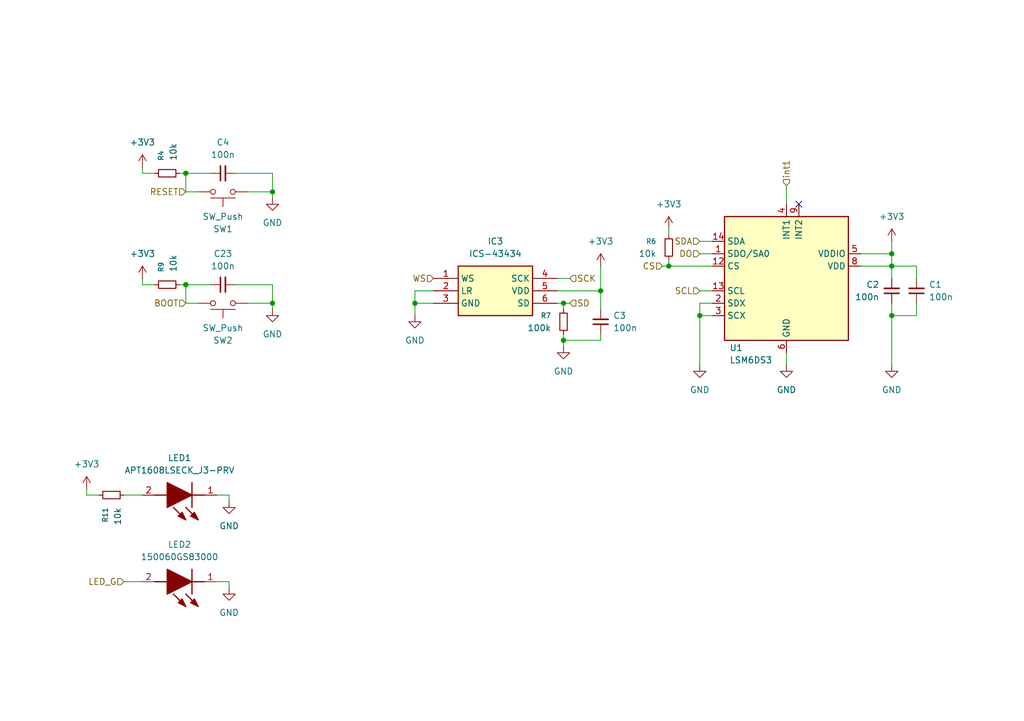
<source format=kicad_sch>
(kicad_sch (version 20250114) (generator "eeschema") (generator_version "9.0")
  (paper "A5")
  (lib_symbols
    (symbol "150060GS83000:150060GS83000" (pin_names (hide yes))
      (property "Reference" "LED" (at 12.7 8.89 0))
      (property "Value" "150060GS83000" (at 12.7 6.35 0))
      (symbol "150060GS83000_1_1"
        (polyline (pts (xy 2.54 0) (xy 5.08 0)) (stroke (width 0.254)))
        (polyline (pts (xy 5.08 2.54) (xy 5.08 -2.54)) (stroke (width 0.254)))
        (polyline (pts (xy 5.08 0) (xy 10.16 2.54) (xy 10.16 -2.54) (xy 5.08 0)) (stroke (width 0.254)) (fill (type outline)))
        (polyline (pts (xy 5.334 4.318) (xy 4.572 3.556) (xy 3.81 5.08) (xy 5.334 4.318)) (stroke (width 0.254)) (fill (type outline)))
        (polyline (pts (xy 6.35 2.54) (xy 3.81 5.08)) (stroke (width 0.254)))
        (polyline (pts (xy 7.874 4.318) (xy 7.112 3.556) (xy 6.35 5.08) (xy 7.874 4.318)) (stroke (width 0.254)) (fill (type outline)))
        (polyline (pts (xy 8.89 2.54) (xy 6.35 5.08)) (stroke (width 0.254)))
        (polyline (pts (xy 10.16 0) (xy 12.7 0)) (stroke (width 0.254)))
        (pin passive line (at 0 0 0) (length 2.54) (name "K") (number "1"))
        (pin passive line (at 15.24 0 180) (length 2.54) (name "A") (number "2"))
      )
    )
    (symbol "APT1608LSECK_J3-PRV:APT1608LSECK_J3-PRV" (pin_names (hide yes))
      (property "Reference" "LED" (at 12.7 8.89 0))
      (property "Value" "APT1608LSECK_J3-PRV" (at 12.7 6.35 0))
      (symbol "APT1608LSECK_J3-PRV_1_1"
        (polyline (pts (xy 2.54 0) (xy 5.08 0)) (stroke (width 0.254)))
        (polyline (pts (xy 5.08 2.54) (xy 5.08 -2.54)) (stroke (width 0.254)))
        (polyline (pts (xy 5.08 0) (xy 10.16 2.54) (xy 10.16 -2.54) (xy 5.08 0)) (stroke (width 0.254)) (fill (type outline)))
        (polyline (pts (xy 5.334 4.318) (xy 4.572 3.556) (xy 3.81 5.08) (xy 5.334 4.318)) (stroke (width 0.254)) (fill (type outline)))
        (polyline (pts (xy 6.35 2.54) (xy 3.81 5.08)) (stroke (width 0.254)))
        (polyline (pts (xy 7.874 4.318) (xy 7.112 3.556) (xy 6.35 5.08) (xy 7.874 4.318)) (stroke (width 0.254)) (fill (type outline)))
        (polyline (pts (xy 8.89 2.54) (xy 6.35 5.08)) (stroke (width 0.254)))
        (polyline (pts (xy 10.16 0) (xy 12.7 0)) (stroke (width 0.254)))
        (pin passive line (at 0 0 0) (length 2.54) (name "K") (number "1"))
        (pin passive line (at 15.24 0 180) (length 2.54) (name "A") (number "2"))
      )
    )
    (symbol "Device:C_Small" (pin_numbers (hide yes)) (pin_names (offset 0.254) (hide yes))
      (property "Reference" "C" (at 0.254 1.778 0))
      (property "Value" "C_Small" (at 0.254 -2.032 0))
      (symbol "C_Small_0_1"
        (polyline (pts (xy -1.524 0.508) (xy 1.524 0.508)) (stroke (width 0.3048)))
        (polyline (pts (xy -1.524 -0.508) (xy 1.524 -0.508)) (stroke (width 0.3302)))
      )
      (symbol "C_Small_1_1"
        (pin passive line (at 0 2.54 270) (length 2.032) (name "~") (number "1"))
        (pin passive line (at 0 -2.54 90) (length 2.032) (name "~") (number "2"))
      )
    )
    (symbol "Device:R_Small" (pin_numbers (hide yes)) (pin_names (offset 0.254) (hide yes))
      (property "Reference" "R" (at 0 0 90))
      (property "Value" "R_Small" (at 1.778 0 90))
      (symbol "R_Small_0_1"
        (rectangle (start -0.762 1.778) (end 0.762 -1.778) (stroke (width 0.2032)))
      )
      (symbol "R_Small_1_1"
        (pin passive line (at 0 2.54 270) (length 0.762) (name "~") (number "1"))
        (pin passive line (at 0 -2.54 90) (length 0.762) (name "~") (number "2"))
      )
    )
    (symbol "ICS-43434:ICS-43434"
      (property "Reference" "IC" (at 21.59 7.62 0))
      (property "Value" "ICS-43434" (at 21.59 5.08 0))
      (symbol "ICS-43434_1_1"
        (rectangle (start 5.08 2.54) (end 20.32 -7.62) (stroke (width 0.254)) (fill (type background)))
        (pin passive line (at 0 0 0) (length 5.08) (name "WS") (number "1"))
        (pin passive line (at 0 -2.54 0) (length 5.08) (name "LR") (number "2"))
        (pin passive line (at 0 -5.08 0) (length 5.08) (name "GND") (number "3"))
        (pin passive line (at 25.4 0 180) (length 5.08) (name "SCK") (number "4"))
        (pin passive line (at 25.4 -2.54 180) (length 5.08) (name "VDD") (number "5"))
        (pin passive line (at 25.4 -5.08 180) (length 5.08) (name "SD") (number "6"))
      )
    )
    (symbol "Sensor_Motion:LSM6DS3"
      (property "Reference" "U1" (at -11.684 -14.224 0))
      (property "Value" "LSM6DS3" (at -11.684 -16.764 0))
      (symbol "LSM6DS3_0_1"
        (rectangle (start -12.7 12.7) (end 12.7 -12.7) (stroke (width 0.254)) (fill (type background)))
      )
      (symbol "LSM6DS3_1_1"
        (pin bidirectional line (at -15.24 7.62 0) (length 2.54) (name "SDA") (number "14"))
        (pin bidirectional line (at -15.24 5.08 0) (length 2.54) (name "SDO/SA0") (number "1"))
        (pin input line (at -15.24 2.54 0) (length 2.54) (name "CS") (number "12"))
        (pin input line (at -15.24 -2.54 0) (length 2.54) (name "SCL") (number "13"))
        (pin bidirectional line (at -15.24 -5.08 0) (length 2.54) (name "SDX") (number "2"))
        (pin input line (at -15.24 -7.62 0) (length 2.54) (name "SCX") (number "3"))
        (pin output line (at 0 15.24 270) (length 2.54) (name "INT1") (number "4"))
        (pin power_in line (at 0 -15.24 90) (length 2.54) (name "GND") (number "6"))
        (pin passive line (at 0 -15.24 90) (length 2.54) (hide yes) (name "GND") (number "7"))
        (pin output line (at 2.54 15.24 270) (length 2.54) (name "INT2") (number "9"))
        (pin no_connect line (at 12.7 -2.54 180) (length 3.81) (hide yes) (name "NC") (number "11"))
        (pin no_connect line (at 12.7 -5.08 180) (length 3.81) (hide yes) (name "NC") (number "10"))
        (pin power_in line (at 15.24 5.08 180) (length 2.54) (name "VDDIO") (number "5"))
        (pin power_in line (at 15.24 2.54 180) (length 2.54) (name "VDD") (number "8"))
      )
    )
    (symbol "Switch:SW_Push" (pin_numbers (hide yes)) (pin_names (offset 1.016) (hide yes))
      (property "Reference" "SW" (at 1.27 2.54 0))
      (property "Value" "SW_Push" (at 0 -1.524 0))
      (symbol "SW_Push_0_1"
        (circle (center -2.032 0) (radius 0.508))
        (polyline (pts (xy 0 1.27) (xy 0 3.048)))
        (circle (center 2.032 0) (radius 0.508))
        (polyline (pts (xy 2.54 1.27) (xy -2.54 1.27)))
        (pin passive line (at -5.08 0 0) (length 2.54) (name "1") (number "1"))
        (pin passive line (at 5.08 0 180) (length 2.54) (name "2") (number "2"))
      )
    )
    (symbol "power:+3V3" (power) (pin_numbers (hide yes)) (pin_names (offset 0) (hide yes))
      (property "Value" "+3V3" (at 0 3.556 0))
      (symbol "+3V3_0_1"
        (polyline (pts (xy -0.762 1.27) (xy 0 2.54)))
        (polyline (pts (xy 0 2.54) (xy 0.762 1.27)))
        (polyline (pts (xy 0 0) (xy 0 2.54)))
      )
      (symbol "+3V3_1_1"
        (pin power_in line (at 0 0 90) (length 0) (name "~") (number "1"))
      )
    )
    (symbol "power:GND" (power) (pin_numbers (hide yes)) (pin_names (offset 0) (hide yes))
      (property "Value" "GND" (at 0 -3.81 0))
      (symbol "GND_0_1"
        (polyline (pts (xy 0 0) (xy 0 -1.27) (xy 1.27 -1.27) (xy 0 -2.54) (xy -1.27 -1.27) (xy 0 -1.27)))
      )
      (symbol "GND_1_1"
        (pin power_in line (at 0 0 270) (length 0) (name "~") (number "1"))
      )
    )
  )
  (junction (at 143.51 64.77))
  (junction (at 38.1 58.42))
  (junction (at 115.57 69.85))
  (junction (at 182.88 64.77))
  (junction (at 85.09 62.23))
  (junction (at 55.88 62.23))
  (junction (at 55.88 39.37))
  (junction (at 137.16 54.61))
  (junction (at 38.1 35.56))
  (junction (at 115.57 62.23))
  (junction (at 182.88 52.07))
  (junction (at 182.88 54.61))
  (junction (at 123.19 59.69))
  (no_connect (at 163.83 41.91))
  (wire (pts (xy 114.3 62.23) (xy 115.57 62.23)))
  (wire (pts (xy 85.09 62.23) (xy 88.9 62.23)))
  (wire (pts (xy 55.88 58.42) (xy 55.88 62.23)))
  (wire (pts (xy 46.99 101.6) (xy 46.99 102.87)))
  (wire (pts (xy 29.21 35.56) (xy 31.75 35.56)))
  (wire (pts (xy 137.16 54.61) (xy 146.05 54.61)))
  (wire (pts (xy 46.99 119.38) (xy 44.45 119.38)))
  (wire (pts (xy 182.88 54.61) (xy 182.88 57.15)))
  (wire (pts (xy 161.29 72.39) (xy 161.29 74.93)))
  (wire (pts (xy 44.45 101.6) (xy 46.99 101.6)))
  (wire (pts (xy 143.51 59.69) (xy 146.05 59.69)))
  (wire (pts (xy 115.57 69.85) (xy 123.19 69.85)))
  (wire (pts (xy 29.21 57.15) (xy 29.21 58.42)))
  (wire (pts (xy 17.78 100.33) (xy 17.78 101.6)))
  (wire (pts (xy 137.16 53.34) (xy 137.16 54.61)))
  (wire (pts (xy 46.99 120.65) (xy 46.99 119.38)))
  (wire (pts (xy 38.1 35.56) (xy 38.1 39.37)))
  (wire (pts (xy 182.88 64.77) (xy 182.88 74.93)))
  (wire (pts (xy 182.88 64.77) (xy 187.96 64.77)))
  (wire (pts (xy 38.1 35.56) (xy 43.18 35.56)))
  (wire (pts (xy 50.8 39.37) (xy 55.88 39.37)))
  (wire (pts (xy 114.3 59.69) (xy 123.19 59.69)))
  (wire (pts (xy 25.4 119.38) (xy 29.21 119.38)))
  (wire (pts (xy 48.26 58.42) (xy 55.88 58.42)))
  (wire (pts (xy 38.1 58.42) (xy 43.18 58.42)))
  (wire (pts (xy 123.19 68.58) (xy 123.19 69.85)))
  (wire (pts (xy 85.09 62.23) (xy 85.09 64.77)))
  (wire (pts (xy 38.1 62.23) (xy 40.64 62.23)))
  (wire (pts (xy 85.09 59.69) (xy 85.09 62.23)))
  (wire (pts (xy 187.96 54.61) (xy 187.96 57.15)))
  (wire (pts (xy 115.57 68.58) (xy 115.57 69.85)))
  (wire (pts (xy 137.16 46.99) (xy 137.16 48.26)))
  (wire (pts (xy 182.88 54.61) (xy 187.96 54.61)))
  (wire (pts (xy 187.96 64.77) (xy 187.96 62.23)))
  (wire (pts (xy 176.53 52.07) (xy 182.88 52.07)))
  (wire (pts (xy 146.05 62.23) (xy 143.51 62.23)))
  (wire (pts (xy 176.53 54.61) (xy 182.88 54.61)))
  (wire (pts (xy 123.19 54.61) (xy 123.19 59.69)))
  (wire (pts (xy 55.88 35.56) (xy 55.88 39.37)))
  (wire (pts (xy 38.1 39.37) (xy 40.64 39.37)))
  (wire (pts (xy 182.88 49.53) (xy 182.88 52.07)))
  (wire (pts (xy 116.84 57.15) (xy 114.3 57.15)))
  (wire (pts (xy 123.19 59.69) (xy 123.19 63.5)))
  (wire (pts (xy 48.26 35.56) (xy 55.88 35.56)))
  (wire (pts (xy 143.51 64.77) (xy 143.51 74.93)))
  (wire (pts (xy 25.4 101.6) (xy 29.21 101.6)))
  (wire (pts (xy 182.88 62.23) (xy 182.88 64.77)))
  (wire (pts (xy 115.57 62.23) (xy 115.57 63.5)))
  (wire (pts (xy 36.83 35.56) (xy 38.1 35.56)))
  (wire (pts (xy 143.51 62.23) (xy 143.51 64.77)))
  (wire (pts (xy 135.89 54.61) (xy 137.16 54.61)))
  (wire (pts (xy 115.57 62.23) (xy 116.84 62.23)))
  (wire (pts (xy 143.51 52.07) (xy 146.05 52.07)))
  (wire (pts (xy 38.1 58.42) (xy 38.1 62.23)))
  (wire (pts (xy 36.83 58.42) (xy 38.1 58.42)))
  (wire (pts (xy 146.05 64.77) (xy 143.51 64.77)))
  (wire (pts (xy 29.21 58.42) (xy 31.75 58.42)))
  (wire (pts (xy 55.88 62.23) (xy 55.88 63.5)))
  (wire (pts (xy 143.51 49.53) (xy 146.05 49.53)))
  (wire (pts (xy 115.57 71.12) (xy 115.57 69.85)))
  (wire (pts (xy 29.21 34.29) (xy 29.21 35.56)))
  (wire (pts (xy 182.88 52.07) (xy 182.88 54.61)))
  (wire (pts (xy 85.09 59.69) (xy 88.9 59.69)))
  (wire (pts (xy 17.78 101.6) (xy 20.32 101.6)))
  (wire (pts (xy 55.88 39.37) (xy 55.88 40.64)))
  (wire (pts (xy 50.8 62.23) (xy 55.88 62.23)))
  (wire (pts (xy 161.29 38.1) (xy 161.29 41.91)))
  (hierarchical_label "WS" (shape input) (at 88.9 57.15 180))
  (hierarchical_label "SD" (shape input) (at 116.84 62.23 0))
  (hierarchical_label "int1" (shape input) (at 161.29 38.1 90))
  (hierarchical_label "DO" (shape input) (at 143.51 52.07 180))
  (hierarchical_label "SDA" (shape input) (at 143.51 49.53 180))
  (hierarchical_label "RESET" (shape input) (at 38.1 39.37 180))
  (hierarchical_label "SCK" (shape input) (at 116.84 57.15 0))
  (hierarchical_label "SCL" (shape input) (at 143.51 59.69 180))
  (hierarchical_label "BOOT" (shape input) (at 38.1 62.23 180))
  (hierarchical_label "LED_G" (shape input) (at 25.4 119.38 180))
  (hierarchical_label "CS" (shape input) (at 135.89 54.61 180))
  (symbol (lib_id "power:GND") (at 182.88 74.93 0) (unit 1)
    (property "Reference" "#PWR05" (effects (hide yes)))
    (property "Value" "GND" (at 182.88 80.01 0))
    (property "Description" "Power symbol creates a global label with name \"GND\" , ground" (effects (hide yes)))
  )
  (symbol (lib_id "Device:R_Small") (at 22.86 101.6 90) (mirror x) (unit 1)
    (property "Reference" "R11" (at 21.5899 104.14 0) (effects (font (size 1.016 1.016)) (justify left)))
    (property "Value" "10k" (at 24.1299 104.14 0) (effects (justify left)))
    (property "Footprint" "Resistor_SMD:R_0603_1608Metric" (effects (hide yes)))
    (property "Description" "Resistor, small symbol" (effects (hide yes)))
  )
  (symbol (lib_id "Device:R_Small") (at 34.29 58.42 90) (unit 1)
    (property "Reference" "R9" (at 33.0199 55.88 0) (effects (font (size 1.016 1.016)) (justify left)))
    (property "Value" "10k" (at 35.5599 55.88 0) (effects (justify left)))
    (property "Footprint" "Resistor_SMD:R_0603_1608Metric" (effects (hide yes)))
    (property "Description" "Resistor, small symbol" (effects (hide yes)))
  )
  (symbol (lib_id "Device:R_Small") (at 137.16 50.8 0) (unit 1)
    (property "Reference" "R6" (at 134.62 49.5299 0) (effects (font (size 1.016 1.016)) (justify right)))
    (property "Value" "10k" (at 134.62 52.0699 0) (effects (justify right)))
    (property "Footprint" "Resistor_SMD:R_0603_1608Metric" (effects (hide yes)))
    (property "Description" "Resistor, small symbol" (effects (hide yes)))
  )
  (symbol (lib_id "power:+3V3") (at 29.21 57.15 0) (unit 1)
    (property "Reference" "#PWR034" (effects (hide yes)))
    (property "Value" "+3V3" (at 29.21 52.07 0))
    (property "Description" "Power symbol creates a global label with name \"+3V3\"" (effects (hide yes)))
  )
  (symbol (lib_id "APT1608LSECK_J3-PRV:APT1608LSECK_J3-PRV") (at 44.45 101.6 180) (unit 1)
    (property "Reference" "LED1" (at 36.83 93.98 0))
    (property "Value" "APT1608LSECK_J3-PRV" (at 36.83 96.52 0))
    (property "Footprint" "APT1608CGCK" (effects (hide yes)))
    (property "Datasheet" "http://www.kingbrightusa.com/images/catalog/SPEC/APT1608LSECK-J3-PRV.pdf" (effects (hide yes)))
    (property "Description" "Standard LEDs - SMD 1.6X0.8MM RED LOW CURRENT SMD" (effects (hide yes)))
    (property "Height" "0.75" (effects (hide yes)))
    (property "Mouser Part Number" "604-APT1608LSECKJ3RV" (effects (hide yes)))
    (property "Mouser Price/Stock" "https://www.mouser.co.uk/ProductDetail/Kingbright/APT1608LSECK-J3-PRV?qs=6oMev5NRZMFBN%252BbFaEKqAQ%3D%3D" (effects (hide yes)))
    (property "Manufacturer_Name" "Kingbright" (effects (hide yes)))
    (property "Manufacturer_Part_Number" "APT1608LSECK/J3-PRV" (effects (hide yes)))
  )
  (symbol (lib_id "Switch:SW_Push") (at 45.72 62.23 0) (mirror x) (unit 1)
    (property "Reference" "SW2" (at 45.72 69.85 0))
    (property "Value" "SW_Push" (at 45.72 67.31 0))
    (property "Footprint" "435151014824:435151014824" (effects (hide yes)))
    (property "Datasheet" "https://www.we-online.com/components/products/datasheet/435151014824.pdf" (effects (hide yes)))
    (property "Description" "Push button switch, generic, two pins" (effects (hide yes)))
  )
  (symbol (lib_id "power:+3V3") (at 137.16 46.99 0) (unit 1)
    (property "Reference" "#PWR09" (effects (hide yes)))
    (property "Value" "+3V3" (at 137.16 41.91 0))
    (property "Description" "Power symbol creates a global label with name \"+3V3\"" (effects (hide yes)))
  )
  (symbol (lib_id "power:GND") (at 55.88 63.5 0) (unit 1)
    (property "Reference" "#PWR014" (effects (hide yes)))
    (property "Value" "GND" (at 55.88 68.58 0))
    (property "Description" "Power symbol creates a global label with name \"GND\" , ground" (effects (hide yes)))
  )
  (symbol (lib_id "Device:R_Small") (at 34.29 35.56 90) (unit 1)
    (property "Reference" "R4" (at 33.0199 33.02 0) (effects (font (size 1.016 1.016)) (justify left)))
    (property "Value" "10k" (at 35.5599 33.02 0) (effects (justify left)))
    (property "Footprint" "Resistor_SMD:R_0603_1608Metric" (effects (hide yes)))
    (property "Description" "Resistor, small symbol" (effects (hide yes)))
  )
  (symbol (lib_id "150060GS83000:150060GS83000") (at 44.45 119.38 180) (unit 1)
    (property "Reference" "LED2" (at 36.83 111.76 0))
    (property "Value" "150060GS83000" (at 36.83 114.3 0))
    (property "Footprint" "LEDC1608X115N" (effects (hide yes)))
    (property "Datasheet" "https://www.digikey.in/en/products/detail/w%C3%BCrth-elektronik/150060GS83000/26766173?msockid=3bdc366bbe0663d83c1223c0bf3662a6" (effects (hide yes)))
    (property "Description" "Green 525nm LED Indication - Discrete 3.3V 0603 (1608 Metric)" (effects (hide yes)))
    (property "Height" "1.15" (effects (hide yes)))
    (property "Manufacturer_Name" "Wurth Elektronik" (effects (hide yes)))
    (property "Manufacturer_Part_Number" "150060GS83000" (effects (hide yes)))
  )
  (symbol (lib_id "ICS-43434:ICS-43434") (at 88.9 57.15 0) (unit 1)
    (property "Reference" "IC3" (at 101.6 49.53 0))
    (property "Value" "ICS-43434" (at 101.6 52.07 0))
    (property "Footprint" "ICS43434" (effects (hide yes)))
    (property "Datasheet" "https://www.digikey.in/en/products/detail/tdk-invensense/ICS-43434/6140298?s=N4IgjCBcoCwdIDGUBmBDANgZwKYBoQB7KAbRAGZyAOKgdgCYQBdAgBwBcoQBldgJwCWAOwDmIAL4EYANiihkkdNnxFS4MDHoBOZm06Qe-YWMngtVHQgVLcBYpDIAGXSA5deg0RIIBaRlah%2BAFcVezIAVmZTH3h5VExbVQdwTSoo01kEA" (effects (hide yes)))
    (property "Description" "MEMS Microphones (Microphone), SNR(Nom)=65dBA, LxWxT (mm)=3.5x2.65x0.98" (effects (hide yes)))
    (property "Height" "0.98" (effects (hide yes)))
    (property "Mouser Part Number" "410-ICS-43434" (effects (hide yes)))
    (property "Mouser Price/Stock" "https://www.mouser.co.uk/ProductDetail/TDK-InvenSense/ICS-43434?qs=u4fy%2FsgLU9PAgmWRI7%252BqXA%3D%3D" (effects (hide yes)))
    (property "Manufacturer_Name" "TDK" (effects (hide yes)))
    (property "Manufacturer_Part_Number" "ICS-43434" (effects (hide yes)))
  )
  (symbol (lib_id "power:GND") (at 85.09 64.77 0) (mirror y) (unit 1)
    (property "Reference" "#PWR08" (effects (hide yes)))
    (property "Value" "GND" (at 85.09 69.85 0))
    (property "Description" "Power symbol creates a global label with name \"GND\" , ground" (effects (hide yes)))
  )
  (symbol (lib_id "power:+3V3") (at 182.88 49.53 0) (unit 1)
    (property "Reference" "#PWR04" (effects (hide yes)))
    (property "Value" "+3V3" (at 182.88 44.45 0))
    (property "Description" "Power symbol creates a global label with name \"+3V3\"" (effects (hide yes)))
  )
  (symbol (lib_id "Sensor_Motion:LSM6DS3") (at 161.29 57.15 0) (unit 1)
    (property "Reference" "U1" (at 149.606 71.374 0) (effects (justify left)))
    (property "Value" "LSM6DS3" (at 149.606 73.914 0) (effects (justify left)))
    (property "Footprint" "Package_LGA:LGA-14_3x2.5mm_P0.5mm_LayoutBorder3x4y" (effects (hide yes)))
    (property "Datasheet" "https://www.st.com/resource/en/datasheet/lsm6ds3tr-c.pdf" (effects (hide yes)))
    (property "Description" "I2C/SPI, iNEMO inertial module: always-on 3D accelerometer and 3D gyroscope" (effects (hide yes)))
  )
  (symbol (lib_id "power:GND") (at 46.99 102.87 0) (unit 1)
    (property "Reference" "#PWR036" (effects (hide yes)))
    (property "Value" "GND" (at 46.99 107.95 0))
    (property "Description" "Power symbol creates a global label with name \"GND\" , ground" (effects (hide yes)))
  )
  (symbol (lib_id "power:+3V3") (at 29.21 34.29 0) (unit 1)
    (property "Reference" "#PWR016" (effects (hide yes)))
    (property "Value" "+3V3" (at 29.21 29.21 0))
    (property "Description" "Power symbol creates a global label with name \"+3V3\"" (effects (hide yes)))
  )
  (symbol (lib_id "power:+3V3") (at 17.78 100.33 0) (unit 1)
    (property "Reference" "#PWR031" (effects (hide yes)))
    (property "Value" "+3V3" (at 17.78 95.25 0))
    (property "Description" "Power symbol creates a global label with name \"+3V3\"" (effects (hide yes)))
  )
  (symbol (lib_id "power:GND") (at 143.51 74.93 0) (unit 1)
    (property "Reference" "#PWR06" (effects (hide yes)))
    (property "Value" "GND" (at 143.51 80.01 0))
    (property "Description" "Power symbol creates a global label with name \"GND\" , ground" (effects (hide yes)))
  )
  (symbol (lib_id "power:+3V3") (at 123.19 54.61 0) (unit 1)
    (property "Reference" "#PWR026" (effects (hide yes)))
    (property "Value" "+3V3" (at 123.19 49.53 0))
    (property "Description" "Power symbol creates a global label with name \"+3V3\"" (effects (hide yes)))
  )
  (symbol (lib_id "power:GND") (at 161.29 74.93 0) (unit 1)
    (property "Reference" "#PWR01" (effects (hide yes)))
    (property "Value" "GND" (at 161.29 80.01 0))
    (property "Description" "Power symbol creates a global label with name \"GND\" , ground" (effects (hide yes)))
  )
  (symbol (lib_id "Device:C_Small") (at 123.19 66.04 180) (unit 1)
    (property "Reference" "C3" (at 125.73 64.7635 0) (effects (justify right)))
    (property "Value" "100n" (at 125.73 67.3035 0) (effects (justify right)))
    (property "Footprint" "Capacitor_SMD:C_0603_1608Metric" (effects (hide yes)))
    (property "Description" "Unpolarized capacitor, small symbol" (effects (hide yes)))
  )
  (symbol (lib_id "Device:C_Small") (at 182.88 59.69 0) (mirror x) (unit 1)
    (property "Reference" "C2" (at 180.34 58.4135 0) (effects (justify right)))
    (property "Value" "100n" (at 180.34 60.9535 0) (effects (justify right)))
    (property "Footprint" "Capacitor_SMD:C_0603_1608Metric" (effects (hide yes)))
    (property "Description" "Unpolarized capacitor, small symbol" (effects (hide yes)))
  )
  (symbol (lib_id "Device:C_Small") (at 45.72 35.56 90) (unit 1)
    (property "Reference" "C4" (at 45.7263 29.21 90))
    (property "Value" "100n" (at 45.7263 31.75 90))
    (property "Footprint" "Capacitor_SMD:C_0603_1608Metric" (effects (hide yes)))
    (property "Description" "Unpolarized capacitor, small symbol" (effects (hide yes)))
  )
  (symbol (lib_id "power:GND") (at 115.57 71.12 0) (mirror y) (unit 1)
    (property "Reference" "#PWR013" (effects (hide yes)))
    (property "Value" "GND" (at 115.57 76.2 0))
    (property "Description" "Power symbol creates a global label with name \"GND\" , ground" (effects (hide yes)))
  )
  (symbol (lib_id "Device:C_Small") (at 187.96 59.69 180) (unit 1)
    (property "Reference" "C1" (at 190.5 58.4135 0) (effects (justify right)))
    (property "Value" "100n" (at 190.5 60.9535 0) (effects (justify right)))
    (property "Footprint" "Capacitor_SMD:C_0603_1608Metric" (effects (hide yes)))
    (property "Description" "Unpolarized capacitor, small symbol" (effects (hide yes)))
  )
  (symbol (lib_id "Device:C_Small") (at 45.72 58.42 90) (unit 1)
    (property "Reference" "C23" (at 45.7263 52.07 90))
    (property "Value" "100n" (at 45.7263 54.61 90))
    (property "Footprint" "Capacitor_SMD:C_0603_1608Metric" (effects (hide yes)))
    (property "Description" "Unpolarized capacitor, small symbol" (effects (hide yes)))
  )
  (symbol (lib_id "power:GND") (at 46.99 120.65 0) (unit 1)
    (property "Reference" "#PWR025" (effects (hide yes)))
    (property "Value" "GND" (at 46.99 125.73 0))
    (property "Description" "Power symbol creates a global label with name \"GND\" , ground" (effects (hide yes)))
  )
  (symbol (lib_id "Device:R_Small") (at 115.57 66.04 0) (unit 1)
    (property "Reference" "R7" (at 113.03 64.7699 0) (effects (font (size 1.016 1.016)) (justify right)))
    (property "Value" "100k" (at 113.03 67.3099 0) (effects (justify right)))
    (property "Footprint" "Resistor_SMD:R_0603_1608Metric" (effects (hide yes)))
    (property "Description" "Resistor, small symbol" (effects (hide yes)))
  )
  (symbol (lib_id "power:GND") (at 55.88 40.64 0) (unit 1)
    (property "Reference" "#PWR015" (effects (hide yes)))
    (property "Value" "GND" (at 55.88 45.72 0))
    (property "Description" "Power symbol creates a global label with name \"GND\" , ground" (effects (hide yes)))
  )
  (symbol (lib_id "Switch:SW_Push") (at 45.72 39.37 0) (mirror x) (unit 1)
    (property "Reference" "SW1" (at 45.72 46.99 0))
    (property "Value" "SW_Push" (at 45.72 44.45 0))
    (property "Footprint" "435151014824:435151014824" (effects (hide yes)))
    (property "Datasheet" "https://www.we-online.com/components/products/datasheet/435151014824.pdf" (effects (hide yes)))
    (property "Description" "Push button switch, generic, two pins" (effects (hide yes)))
  )
)
</source>
